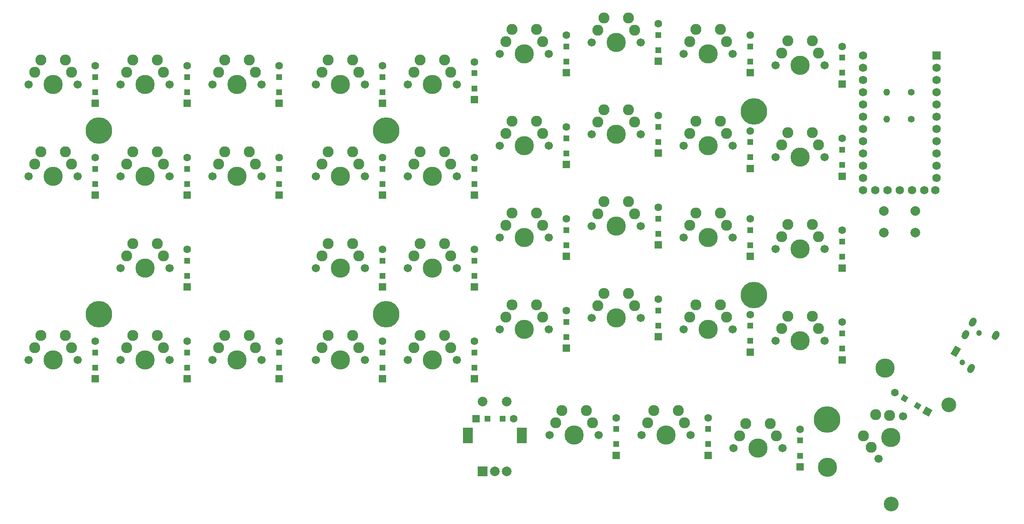
<source format=gbr>
%TF.GenerationSoftware,KiCad,Pcbnew,(5.1.9-0-10_14)*%
%TF.CreationDate,2021-04-25T18:42:27-05:00*%
%TF.ProjectId,wren-nav,7772656e-2d6e-4617-962e-6b696361645f,rev?*%
%TF.SameCoordinates,Original*%
%TF.FileFunction,Soldermask,Bot*%
%TF.FilePolarity,Negative*%
%FSLAX46Y46*%
G04 Gerber Fmt 4.6, Leading zero omitted, Abs format (unit mm)*
G04 Created by KiCad (PCBNEW (5.1.9-0-10_14)) date 2021-04-25 18:42:27*
%MOMM*%
%LPD*%
G01*
G04 APERTURE LIST*
%ADD10C,1.752600*%
%ADD11R,1.752600X1.752600*%
%ADD12C,1.701800*%
%ADD13C,2.286000*%
%ADD14C,3.987800*%
%ADD15C,3.048000*%
%ADD16C,1.600000*%
%ADD17R,1.600000X1.600000*%
%ADD18R,1.200000X1.200000*%
%ADD19C,5.500000*%
%ADD20O,1.400000X1.400000*%
%ADD21C,1.400000*%
%ADD22C,0.100000*%
%ADD23C,2.000000*%
%ADD24R,2.000000X3.200000*%
%ADD25R,2.000000X2.000000*%
%ADD26C,1.200000*%
G04 APERTURE END LIST*
D10*
%TO.C,U1*%
X246380000Y-58420000D03*
X243840000Y-58420000D03*
X241300000Y-58420000D03*
X238760000Y-58420000D03*
X236220000Y-58420000D03*
X233680000Y-30480000D03*
X248691400Y-58420000D03*
X233680000Y-33020000D03*
X233680000Y-35560000D03*
X233680000Y-38100000D03*
X233680000Y-40640000D03*
X233680000Y-43180000D03*
X233680000Y-45720000D03*
X233680000Y-48260000D03*
X233680000Y-50800000D03*
X233680000Y-53340000D03*
X233680000Y-55880000D03*
X233680000Y-58420000D03*
X248920000Y-55880000D03*
X248920000Y-53340000D03*
X248920000Y-50800000D03*
X248920000Y-48260000D03*
X248920000Y-45720000D03*
X248920000Y-43180000D03*
X248920000Y-40640000D03*
X248920000Y-38100000D03*
X248920000Y-35560000D03*
X248920000Y-33020000D03*
D11*
X248920000Y-30480000D03*
%TD*%
D12*
%TO.C,MX9*%
X60801250Y-36512500D03*
X70961250Y-36512500D03*
D13*
X62071250Y-33972500D03*
D14*
X65881250Y-36512500D03*
D13*
X68421250Y-31432500D03*
X63341250Y-31432500D03*
X69691250Y-33972500D03*
%TD*%
D12*
%TO.C,MX39*%
X60801250Y-93662500D03*
X70961250Y-93662500D03*
D13*
X62071250Y-91122500D03*
D14*
X65881250Y-93662500D03*
D13*
X68421250Y-88582500D03*
X63341250Y-88582500D03*
X69691250Y-91122500D03*
%TD*%
D15*
%TO.C,REF\u002A\u002A*%
X251483187Y-102946548D03*
X239583187Y-123557952D03*
D14*
X238284960Y-95326548D03*
X226384960Y-115937952D03*
%TD*%
D12*
%TO.C,MX41*%
X236944000Y-114159159D03*
X242024000Y-105360341D03*
D13*
X235379295Y-111789307D03*
D14*
X239484000Y-109759750D03*
D13*
X236354591Y-105020045D03*
X233814591Y-109419455D03*
X239189295Y-105190193D03*
%TD*%
D12*
%TO.C,MX15*%
X139382500Y-55562500D03*
X149542500Y-55562500D03*
D13*
X140652500Y-53022500D03*
D14*
X144462500Y-55562500D03*
D13*
X147002500Y-50482500D03*
X141922500Y-50482500D03*
X148272500Y-53022500D03*
%TD*%
D12*
%TO.C,MX44*%
X168745000Y-109251750D03*
X178905000Y-109251750D03*
D13*
X170015000Y-106711750D03*
D14*
X173825000Y-109251750D03*
D13*
X176365000Y-104171750D03*
X171285000Y-104171750D03*
X177635000Y-106711750D03*
%TD*%
D12*
%TO.C,MX43*%
X187795000Y-109251750D03*
X197955000Y-109251750D03*
D13*
X189065000Y-106711750D03*
D14*
X192875000Y-109251750D03*
D13*
X195415000Y-104171750D03*
X190335000Y-104171750D03*
X196685000Y-106711750D03*
%TD*%
D12*
%TO.C,MX42*%
X206845000Y-111918750D03*
X217005000Y-111918750D03*
D13*
X208115000Y-109378750D03*
D14*
X211925000Y-111918750D03*
D13*
X214465000Y-106838750D03*
X209385000Y-106838750D03*
X215735000Y-109378750D03*
%TD*%
D12*
%TO.C,MX38*%
X79851250Y-93662500D03*
X90011250Y-93662500D03*
D13*
X81121250Y-91122500D03*
D14*
X84931250Y-93662500D03*
D13*
X87471250Y-88582500D03*
X82391250Y-88582500D03*
X88741250Y-91122500D03*
%TD*%
D12*
%TO.C,MX37*%
X98901250Y-93662500D03*
X109061250Y-93662500D03*
D13*
X100171250Y-91122500D03*
D14*
X103981250Y-93662500D03*
D13*
X106521250Y-88582500D03*
X101441250Y-88582500D03*
X107791250Y-91122500D03*
%TD*%
D12*
%TO.C,MX36*%
X120332500Y-93662500D03*
X130492500Y-93662500D03*
D13*
X121602500Y-91122500D03*
D14*
X125412500Y-93662500D03*
D13*
X127952500Y-88582500D03*
X122872500Y-88582500D03*
X129222500Y-91122500D03*
%TD*%
D12*
%TO.C,MX35*%
X139382500Y-93662500D03*
X149542500Y-93662500D03*
D13*
X140652500Y-91122500D03*
D14*
X144462500Y-93662500D03*
D13*
X147002500Y-88582500D03*
X141922500Y-88582500D03*
X148272500Y-91122500D03*
%TD*%
D12*
%TO.C,MX34*%
X158432500Y-87312500D03*
X168592500Y-87312500D03*
D13*
X159702500Y-84772500D03*
D14*
X163512500Y-87312500D03*
D13*
X166052500Y-82232500D03*
X160972500Y-82232500D03*
X167322500Y-84772500D03*
%TD*%
D12*
%TO.C,MX33*%
X177482500Y-84931250D03*
X187642500Y-84931250D03*
D13*
X178752500Y-82391250D03*
D14*
X182562500Y-84931250D03*
D13*
X185102500Y-79851250D03*
X180022500Y-79851250D03*
X186372500Y-82391250D03*
%TD*%
D12*
%TO.C,MX32*%
X196532500Y-87312500D03*
X206692500Y-87312500D03*
D13*
X197802500Y-84772500D03*
D14*
X201612500Y-87312500D03*
D13*
X204152500Y-82232500D03*
X199072500Y-82232500D03*
X205422500Y-84772500D03*
%TD*%
D12*
%TO.C,MX31*%
X215582500Y-89693750D03*
X225742500Y-89693750D03*
D13*
X216852500Y-87153750D03*
D14*
X220662500Y-89693750D03*
D13*
X223202500Y-84613750D03*
X218122500Y-84613750D03*
X224472500Y-87153750D03*
%TD*%
D12*
%TO.C,MX28*%
X79851250Y-74612500D03*
X90011250Y-74612500D03*
D13*
X81121250Y-72072500D03*
D14*
X84931250Y-74612500D03*
D13*
X87471250Y-69532500D03*
X82391250Y-69532500D03*
X88741250Y-72072500D03*
%TD*%
D12*
%TO.C,MX26*%
X120332500Y-74612500D03*
X130492500Y-74612500D03*
D13*
X121602500Y-72072500D03*
D14*
X125412500Y-74612500D03*
D13*
X127952500Y-69532500D03*
X122872500Y-69532500D03*
X129222500Y-72072500D03*
%TD*%
D12*
%TO.C,MX25*%
X139382500Y-74612500D03*
X149542500Y-74612500D03*
D13*
X140652500Y-72072500D03*
D14*
X144462500Y-74612500D03*
D13*
X147002500Y-69532500D03*
X141922500Y-69532500D03*
X148272500Y-72072500D03*
%TD*%
D12*
%TO.C,MX24*%
X158432500Y-68262500D03*
X168592500Y-68262500D03*
D13*
X159702500Y-65722500D03*
D14*
X163512500Y-68262500D03*
D13*
X166052500Y-63182500D03*
X160972500Y-63182500D03*
X167322500Y-65722500D03*
%TD*%
D12*
%TO.C,MX23*%
X177482500Y-65881250D03*
X187642500Y-65881250D03*
D13*
X178752500Y-63341250D03*
D14*
X182562500Y-65881250D03*
D13*
X185102500Y-60801250D03*
X180022500Y-60801250D03*
X186372500Y-63341250D03*
%TD*%
D12*
%TO.C,MX22*%
X196532500Y-68262500D03*
X206692500Y-68262500D03*
D13*
X197802500Y-65722500D03*
D14*
X201612500Y-68262500D03*
D13*
X204152500Y-63182500D03*
X199072500Y-63182500D03*
X205422500Y-65722500D03*
%TD*%
D12*
%TO.C,MX21*%
X215582500Y-70643750D03*
X225742500Y-70643750D03*
D13*
X216852500Y-68103750D03*
D14*
X220662500Y-70643750D03*
D13*
X223202500Y-65563750D03*
X218122500Y-65563750D03*
X224472500Y-68103750D03*
%TD*%
D12*
%TO.C,MX19*%
X60801250Y-55562500D03*
X70961250Y-55562500D03*
D13*
X62071250Y-53022500D03*
D14*
X65881250Y-55562500D03*
D13*
X68421250Y-50482500D03*
X63341250Y-50482500D03*
X69691250Y-53022500D03*
%TD*%
D12*
%TO.C,MX18*%
X79851250Y-55562500D03*
X90011250Y-55562500D03*
D13*
X81121250Y-53022500D03*
D14*
X84931250Y-55562500D03*
D13*
X87471250Y-50482500D03*
X82391250Y-50482500D03*
X88741250Y-53022500D03*
%TD*%
D12*
%TO.C,MX17*%
X98901250Y-55562500D03*
X109061250Y-55562500D03*
D13*
X100171250Y-53022500D03*
D14*
X103981250Y-55562500D03*
D13*
X106521250Y-50482500D03*
X101441250Y-50482500D03*
X107791250Y-53022500D03*
%TD*%
D12*
%TO.C,MX16*%
X120332500Y-55562500D03*
X130492500Y-55562500D03*
D13*
X121602500Y-53022500D03*
D14*
X125412500Y-55562500D03*
D13*
X127952500Y-50482500D03*
X122872500Y-50482500D03*
X129222500Y-53022500D03*
%TD*%
D12*
%TO.C,MX14*%
X158432500Y-49212500D03*
X168592500Y-49212500D03*
D13*
X159702500Y-46672500D03*
D14*
X163512500Y-49212500D03*
D13*
X166052500Y-44132500D03*
X160972500Y-44132500D03*
X167322500Y-46672500D03*
%TD*%
D12*
%TO.C,MX13*%
X177482500Y-46831250D03*
X187642500Y-46831250D03*
D13*
X178752500Y-44291250D03*
D14*
X182562500Y-46831250D03*
D13*
X185102500Y-41751250D03*
X180022500Y-41751250D03*
X186372500Y-44291250D03*
%TD*%
D12*
%TO.C,MX12*%
X196532500Y-49212500D03*
X206692500Y-49212500D03*
D13*
X197802500Y-46672500D03*
D14*
X201612500Y-49212500D03*
D13*
X204152500Y-44132500D03*
X199072500Y-44132500D03*
X205422500Y-46672500D03*
%TD*%
D12*
%TO.C,MX11*%
X215582500Y-51593750D03*
X225742500Y-51593750D03*
D13*
X216852500Y-49053750D03*
D14*
X220662500Y-51593750D03*
D13*
X223202500Y-46513750D03*
X218122500Y-46513750D03*
X224472500Y-49053750D03*
%TD*%
D12*
%TO.C,MX8*%
X79851250Y-36512500D03*
X90011250Y-36512500D03*
D13*
X81121250Y-33972500D03*
D14*
X84931250Y-36512500D03*
D13*
X87471250Y-31432500D03*
X82391250Y-31432500D03*
X88741250Y-33972500D03*
%TD*%
D12*
%TO.C,MX7*%
X98901250Y-36512500D03*
X109061250Y-36512500D03*
D13*
X100171250Y-33972500D03*
D14*
X103981250Y-36512500D03*
D13*
X106521250Y-31432500D03*
X101441250Y-31432500D03*
X107791250Y-33972500D03*
%TD*%
D12*
%TO.C,MX6*%
X120332500Y-36512500D03*
X130492500Y-36512500D03*
D13*
X121602500Y-33972500D03*
D14*
X125412500Y-36512500D03*
D13*
X127952500Y-31432500D03*
X122872500Y-31432500D03*
X129222500Y-33972500D03*
%TD*%
D12*
%TO.C,MX5*%
X139382500Y-36512500D03*
X149542500Y-36512500D03*
D13*
X140652500Y-33972500D03*
D14*
X144462500Y-36512500D03*
D13*
X147002500Y-31432500D03*
X141922500Y-31432500D03*
X148272500Y-33972500D03*
%TD*%
D12*
%TO.C,MX4*%
X158432500Y-30162500D03*
X168592500Y-30162500D03*
D13*
X159702500Y-27622500D03*
D14*
X163512500Y-30162500D03*
D13*
X166052500Y-25082500D03*
X160972500Y-25082500D03*
X167322500Y-27622500D03*
%TD*%
D12*
%TO.C,MX3*%
X177482500Y-27781250D03*
X187642500Y-27781250D03*
D13*
X178752500Y-25241250D03*
D14*
X182562500Y-27781250D03*
D13*
X185102500Y-22701250D03*
X180022500Y-22701250D03*
X186372500Y-25241250D03*
%TD*%
D12*
%TO.C,MX2*%
X196532500Y-30162500D03*
X206692500Y-30162500D03*
D13*
X197802500Y-27622500D03*
D14*
X201612500Y-30162500D03*
D13*
X204152500Y-25082500D03*
X199072500Y-25082500D03*
X205422500Y-27622500D03*
%TD*%
D12*
%TO.C,MX1*%
X215582500Y-32543750D03*
X225742500Y-32543750D03*
D13*
X216852500Y-30003750D03*
D14*
X220662500Y-32543750D03*
D13*
X223202500Y-27463750D03*
X218122500Y-27463750D03*
X224472500Y-30003750D03*
%TD*%
D16*
%TO.C,D43*%
X201609500Y-105637500D03*
D17*
X201609500Y-113437500D03*
D18*
X201609500Y-111112500D03*
X201609500Y-107962500D03*
%TD*%
D19*
%TO.C,H7*%
X226250500Y-106013250D03*
%TD*%
%TO.C,H6*%
X211137500Y-80168750D03*
%TD*%
%TO.C,H5*%
X134937500Y-84137500D03*
%TD*%
%TO.C,H4*%
X75400000Y-84137500D03*
%TD*%
%TO.C,H3*%
X211137500Y-42068750D03*
%TD*%
%TO.C,H2*%
X134937500Y-46037500D03*
%TD*%
%TO.C,H1*%
X75400000Y-46037500D03*
%TD*%
D20*
%TO.C,R2*%
X238585000Y-43656250D03*
D21*
X243665000Y-43656250D03*
%TD*%
D20*
%TO.C,R1*%
X238585000Y-38100000D03*
D21*
X243665000Y-38100000D03*
%TD*%
D16*
%TO.C,D45*%
X161342000Y-105822750D03*
D17*
X153542000Y-105822750D03*
D18*
X155867000Y-105822750D03*
X159017000Y-105822750D03*
%TD*%
D16*
%TO.C,D44*%
X182562500Y-105637500D03*
D17*
X182562500Y-113437500D03*
D18*
X182562500Y-111112500D03*
X182562500Y-107962500D03*
%TD*%
D16*
%TO.C,D42*%
X220653500Y-108018750D03*
D17*
X220653500Y-115818750D03*
D18*
X220653500Y-113493750D03*
X220653500Y-110343750D03*
%TD*%
D16*
%TO.C,D41*%
X240290501Y-100443750D03*
D22*
G36*
X248138319Y-104050930D02*
G01*
X247338319Y-105436570D01*
X245952679Y-104636570D01*
X246752679Y-103250930D01*
X248138319Y-104050930D01*
G37*
G36*
X245851605Y-102961635D02*
G01*
X245251605Y-104000865D01*
X244212375Y-103400865D01*
X244812375Y-102361635D01*
X245851605Y-102961635D01*
G37*
G36*
X243123625Y-101386635D02*
G01*
X242523625Y-102425865D01*
X241484395Y-101825865D01*
X242084395Y-100786635D01*
X243123625Y-101386635D01*
G37*
%TD*%
D16*
%TO.C,D39*%
X74649500Y-89762500D03*
D17*
X74649500Y-97562500D03*
D18*
X74649500Y-95237500D03*
X74649500Y-92087500D03*
%TD*%
D16*
%TO.C,D38*%
X93693500Y-89750000D03*
D17*
X93693500Y-97550000D03*
D18*
X93693500Y-95225000D03*
X93693500Y-92075000D03*
%TD*%
D16*
%TO.C,D37*%
X112737500Y-89762500D03*
D17*
X112737500Y-97562500D03*
D18*
X112737500Y-95237500D03*
X112737500Y-92087500D03*
%TD*%
D16*
%TO.C,D36*%
X134162000Y-89762500D03*
D17*
X134162000Y-97562500D03*
D18*
X134162000Y-95237500D03*
X134162000Y-92087500D03*
%TD*%
D16*
%TO.C,D35*%
X153206000Y-89762500D03*
D17*
X153206000Y-97562500D03*
D18*
X153206000Y-95237500D03*
X153206000Y-92087500D03*
%TD*%
D16*
%TO.C,D34*%
X172250000Y-83412500D03*
D17*
X172250000Y-91212500D03*
D18*
X172250000Y-88887500D03*
X172250000Y-85737500D03*
%TD*%
D16*
%TO.C,D33*%
X191294000Y-81031250D03*
D17*
X191294000Y-88831250D03*
D18*
X191294000Y-86506250D03*
X191294000Y-83356250D03*
%TD*%
D16*
%TO.C,D32*%
X210338000Y-84206250D03*
D17*
X210338000Y-92006250D03*
D18*
X210338000Y-89681250D03*
X210338000Y-86531250D03*
%TD*%
D16*
%TO.C,D31*%
X229382000Y-85793750D03*
D17*
X229382000Y-93593750D03*
D18*
X229382000Y-91268750D03*
X229382000Y-88118750D03*
%TD*%
D16*
%TO.C,D28*%
X93693500Y-70712500D03*
D17*
X93693500Y-78512500D03*
D18*
X93693500Y-76187500D03*
X93693500Y-73037500D03*
%TD*%
D16*
%TO.C,D26*%
X134162000Y-70712500D03*
D17*
X134162000Y-78512500D03*
D18*
X134162000Y-76187500D03*
X134162000Y-73037500D03*
%TD*%
D16*
%TO.C,D25*%
X153206000Y-70712500D03*
D17*
X153206000Y-78512500D03*
D18*
X153206000Y-76187500D03*
X153206000Y-73037500D03*
%TD*%
D16*
%TO.C,D24*%
X172250000Y-64362500D03*
D17*
X172250000Y-72162500D03*
D18*
X172250000Y-69837500D03*
X172250000Y-66687500D03*
%TD*%
D16*
%TO.C,D23*%
X191294000Y-61981250D03*
D17*
X191294000Y-69781250D03*
D18*
X191294000Y-67456250D03*
X191294000Y-64306250D03*
%TD*%
D16*
%TO.C,D22*%
X210338000Y-64362500D03*
D17*
X210338000Y-72162500D03*
D18*
X210338000Y-69837500D03*
X210338000Y-66687500D03*
%TD*%
D16*
%TO.C,D21*%
X229382000Y-66743750D03*
D17*
X229382000Y-74543750D03*
D18*
X229382000Y-72218750D03*
X229382000Y-69068750D03*
%TD*%
D16*
%TO.C,D19*%
X74649500Y-51662500D03*
D17*
X74649500Y-59462500D03*
D18*
X74649500Y-57137500D03*
X74649500Y-53987500D03*
%TD*%
D16*
%TO.C,D18*%
X93693500Y-51662500D03*
D17*
X93693500Y-59462500D03*
D18*
X93693500Y-57137500D03*
X93693500Y-53987500D03*
%TD*%
D16*
%TO.C,D17*%
X112737500Y-51662500D03*
D17*
X112737500Y-59462500D03*
D18*
X112737500Y-57137500D03*
X112737500Y-53987500D03*
%TD*%
D16*
%TO.C,D16*%
X134162000Y-51662500D03*
D17*
X134162000Y-59462500D03*
D18*
X134162000Y-57137500D03*
X134162000Y-53987500D03*
%TD*%
D16*
%TO.C,D15*%
X153206000Y-51662500D03*
D17*
X153206000Y-59462500D03*
D18*
X153206000Y-57137500D03*
X153206000Y-53987500D03*
%TD*%
D16*
%TO.C,D14*%
X172250000Y-45312500D03*
D17*
X172250000Y-53112500D03*
D18*
X172250000Y-50787500D03*
X172250000Y-47637500D03*
%TD*%
D16*
%TO.C,D13*%
X191294000Y-42931250D03*
D17*
X191294000Y-50731250D03*
D18*
X191294000Y-48406250D03*
X191294000Y-45256250D03*
%TD*%
D16*
%TO.C,D12*%
X210338000Y-46106250D03*
D17*
X210338000Y-53906250D03*
D18*
X210338000Y-51581250D03*
X210338000Y-48431250D03*
%TD*%
D16*
%TO.C,D11*%
X229382000Y-47693750D03*
D17*
X229382000Y-55493750D03*
D18*
X229382000Y-53168750D03*
X229382000Y-50018750D03*
%TD*%
D16*
%TO.C,D9*%
X74649500Y-32612500D03*
D17*
X74649500Y-40412500D03*
D18*
X74649500Y-38087500D03*
X74649500Y-34937500D03*
%TD*%
D16*
%TO.C,D8*%
X93693500Y-32612500D03*
D17*
X93693500Y-40412500D03*
D18*
X93693500Y-38087500D03*
X93693500Y-34937500D03*
%TD*%
D16*
%TO.C,D7*%
X112737500Y-32612500D03*
D17*
X112737500Y-40412500D03*
D18*
X112737500Y-38087500D03*
X112737500Y-34937500D03*
%TD*%
D16*
%TO.C,D6*%
X134162000Y-32612500D03*
D17*
X134162000Y-40412500D03*
D18*
X134162000Y-38087500D03*
X134162000Y-34937500D03*
%TD*%
D16*
%TO.C,D5*%
X153206000Y-31818750D03*
D17*
X153206000Y-39618750D03*
D18*
X153206000Y-37293750D03*
X153206000Y-34143750D03*
%TD*%
D16*
%TO.C,D4*%
X172250000Y-26262500D03*
D17*
X172250000Y-34062500D03*
D18*
X172250000Y-31737500D03*
X172250000Y-28587500D03*
%TD*%
D16*
%TO.C,D3*%
X191294000Y-23881250D03*
D17*
X191294000Y-31681250D03*
D18*
X191294000Y-29356250D03*
X191294000Y-26206250D03*
%TD*%
D16*
%TO.C,D2*%
X210338000Y-26262500D03*
D17*
X210338000Y-34062500D03*
D18*
X210338000Y-31737500D03*
X210338000Y-28587500D03*
%TD*%
D16*
%TO.C,D1*%
X229382000Y-28581250D03*
D17*
X229382000Y-36381250D03*
D18*
X229382000Y-34056250D03*
X229382000Y-30906250D03*
%TD*%
D23*
%TO.C,ENC1*%
X159902000Y-102266750D03*
X154902000Y-102266750D03*
D24*
X163002000Y-109266750D03*
X151802000Y-109266750D03*
D23*
X159902000Y-116766750D03*
X157402000Y-116766750D03*
D25*
X154902000Y-116766750D03*
%TD*%
D23*
%TO.C,SW0*%
X244561500Y-62706250D03*
X244561500Y-67206250D03*
X238061500Y-62706250D03*
X238061500Y-67206250D03*
%TD*%
D26*
%TO.C,J1*%
X254287858Y-94128583D03*
X257787858Y-88066405D03*
G36*
G01*
X256946000Y-84924546D02*
X256946000Y-84924546D01*
G75*
G02*
X257202218Y-85880764I-350000J-606218D01*
G01*
X256902218Y-86400380D01*
G75*
G02*
X255946000Y-86656598I-606218J350000D01*
G01*
X255946000Y-86656598D01*
G75*
G02*
X255689782Y-85700380I350000J606218D01*
G01*
X255989782Y-85180764D01*
G75*
G02*
X256946000Y-84924546I606218J-350000D01*
G01*
G37*
G36*
G01*
X255446000Y-87522622D02*
X255446000Y-87522622D01*
G75*
G02*
X255702218Y-88478840I-350000J-606218D01*
G01*
X255402218Y-88998456D01*
G75*
G02*
X254446000Y-89254674I-606218J350000D01*
G01*
X254446000Y-89254674D01*
G75*
G02*
X254189782Y-88298456I350000J606218D01*
G01*
X254489782Y-87778840D01*
G75*
G02*
X255446000Y-87522622I606218J-350000D01*
G01*
G37*
D22*
G36*
X252839782Y-90636725D02*
G01*
X254052218Y-91336725D01*
X253052218Y-93068775D01*
X251839782Y-92368775D01*
X252839782Y-90636725D01*
G37*
G36*
G01*
X256593114Y-94535762D02*
X256593114Y-94535762D01*
G75*
G02*
X256849332Y-95491980I-350000J-606218D01*
G01*
X256549332Y-96011596D01*
G75*
G02*
X255593114Y-96267814I-606218J350000D01*
G01*
X255593114Y-96267814D01*
G75*
G02*
X255336896Y-95311596I350000J606218D01*
G01*
X255636896Y-94791980D01*
G75*
G02*
X256593114Y-94535762I606218J-350000D01*
G01*
G37*
G36*
G01*
X261709140Y-87674546D02*
X261709140Y-87674546D01*
G75*
G02*
X261965358Y-88630764I-350000J-606218D01*
G01*
X261665358Y-89150380D01*
G75*
G02*
X260709140Y-89406598I-606218J350000D01*
G01*
X260709140Y-89406598D01*
G75*
G02*
X260452922Y-88450380I350000J606218D01*
G01*
X260752922Y-87930764D01*
G75*
G02*
X261709140Y-87674546I606218J-350000D01*
G01*
G37*
%TD*%
M02*

</source>
